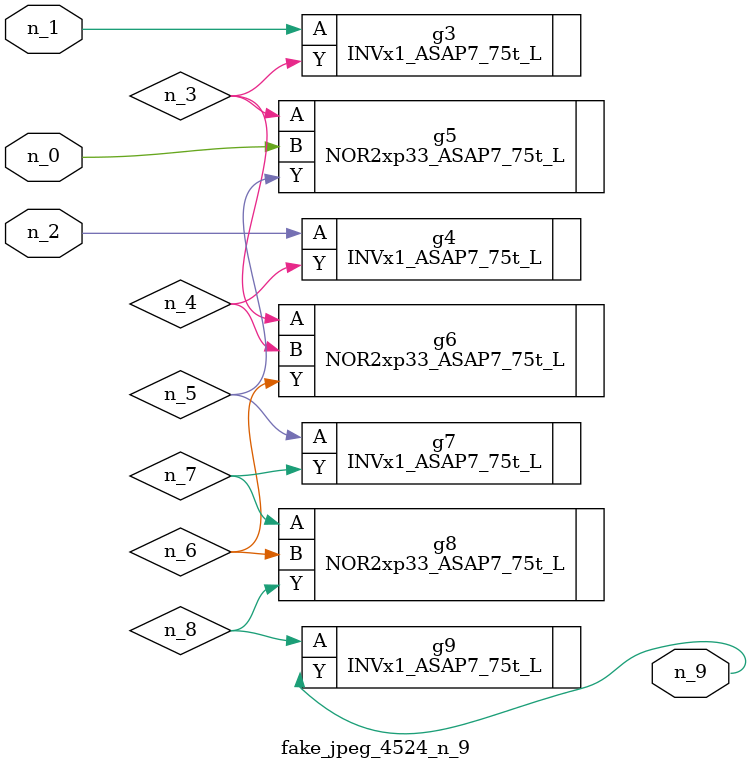
<source format=v>
module fake_jpeg_4524_n_9 (n_0, n_2, n_1, n_9);

input n_0;
input n_2;
input n_1;

output n_9;

wire n_3;
wire n_4;
wire n_8;
wire n_6;
wire n_5;
wire n_7;

INVx1_ASAP7_75t_L g3 ( 
.A(n_1),
.Y(n_3)
);

INVx1_ASAP7_75t_L g4 ( 
.A(n_2),
.Y(n_4)
);

NOR2xp33_ASAP7_75t_L g5 ( 
.A(n_3),
.B(n_0),
.Y(n_5)
);

INVx1_ASAP7_75t_L g7 ( 
.A(n_5),
.Y(n_7)
);

NOR2xp33_ASAP7_75t_L g6 ( 
.A(n_3),
.B(n_4),
.Y(n_6)
);

NOR2xp33_ASAP7_75t_L g8 ( 
.A(n_7),
.B(n_6),
.Y(n_8)
);

INVx1_ASAP7_75t_L g9 ( 
.A(n_8),
.Y(n_9)
);


endmodule
</source>
